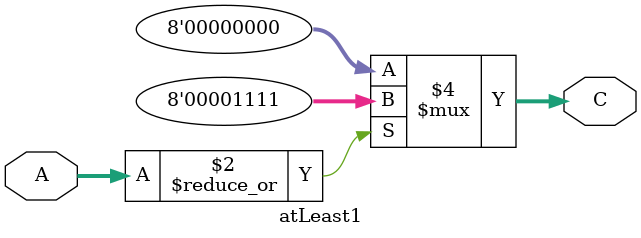
<source format=v>
module atLeast1(A ,C);
	input [7:0] A;
	output reg [7:0] C;

always@(A)
	begin
		if(|A)
			C = 8'b0001111;
		else
			C = 8'b0000000;
	end
		
endmodule

</source>
